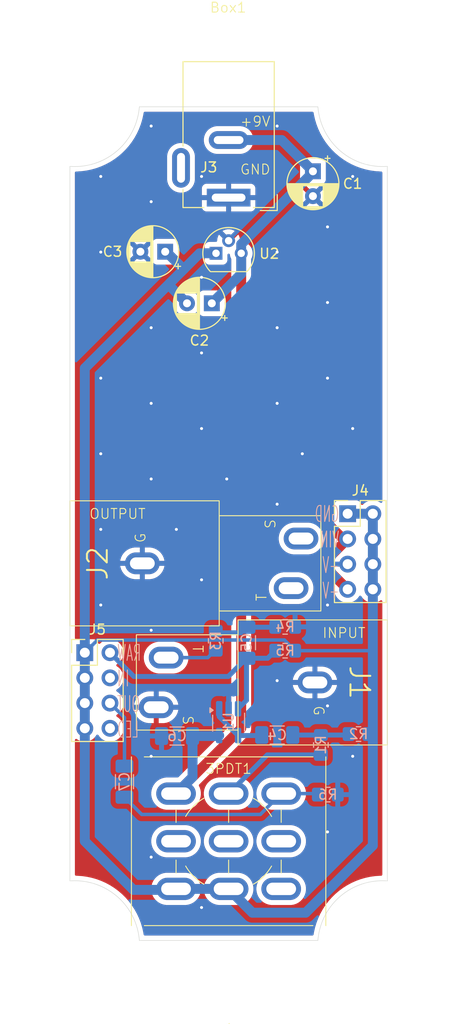
<source format=kicad_pcb>
(kicad_pcb (version 20240108) (generator "pcbnew") (generator_version "8.0")
  (layers (0 "F.Cu" jumper) (1 "In1.Cu" signal) (2 "In2.Cu" signal) (31 "B.Cu" signal) (34 "B.Paste" user) (35 "F.Paste" user) (36 "B.SilkS" user "B.Silkscreen") (37 "F.SilkS" user "F.Silkscreen") (38 "B.Mask" user) (39 "F.Mask" user) (44 "Edge.Cuts" user))
  (net 0 "")
  (net 1 "Net-(U1--)")
  (net 2 "Net-(C4-Pad2)")
  (net 3 "+V")
  (net 4 "-V")
  (net 5 "LED")
  (net 6 "Net-(J5-Pin_6)")
  (net 7 "GNDREF")
  (net 8 "IN^{RAW}")
  (net 9 "OUT^{RAW}")
  (net 10 "BUFFERED")
  (net 11 "IN^{EFF}")
  (net 12 "OUT^{EFF}")
  (net 13 "IN")
  (net 14 "Net-(C5-Pad1)")
  (footprint "Capacitor_THT:CP_Radial_D5.0mm_P2.50mm" (layer "F.Cu") (at 93.605113 72.6 180)
    (property "Reference" "C3" (at 5.305113 0 0) (layer "F.SilkS"))
    (property "Value" "10uF")
    (pad "1" thru_hole rect (at 0 0 180) (size 1.6 1.6) (drill 0.8) (layers "*.Cu" "*.Mask" "In3.Cu" "In4.Cu" "In5.Cu" "In6.Cu" "In7.Cu" "In8.Cu" "In9.Cu" "In10.Cu" "In11.Cu" "In12.Cu" "In13.Cu" "In14.Cu" "In15.Cu" "In16.Cu" "In17.Cu" "In18.Cu" "In19.Cu" "In20.Cu" "In21.Cu" "In22.Cu" "In23.Cu" "In24.Cu" "In25.Cu" "In26.Cu" "In27.Cu" "In28.Cu" "In29.Cu" "In30.Cu") (net 7 "GNDREF"))
    (pad "2" thru_hole circle (at 2.5 0 180) (size 1.6 1.6) (drill 0.8) (layers "*.Cu" "*.Mask" "In3.Cu" "In4.Cu" "In5.Cu" "In6.Cu" "In7.Cu" "In8.Cu" "In9.Cu" "In10.Cu" "In11.Cu" "In12.Cu" "In13.Cu" "In14.Cu" "In15.Cu" "In16.Cu" "In17.Cu" "In18.Cu" "In19.Cu" "In20.Cu" "In21.Cu" "In22.Cu" "In23.Cu" "In24.Cu" "In25.Cu" "In26.Cu" "In27.Cu" "In28.Cu" "In29.Cu" "In30.Cu") (net 4 "-V"))
  )
  (footprint "Connector_PinHeader_2.54mm:PinHeader_2x04_P2.54mm_Vertical" (layer "F.Cu") (at 112 99)
    (property "Reference" "J4" (at 1.27 -2.33 0) (layer "F.SilkS"))
    (property "Value" "Conn_02x04_Odd_Even")
    (pad "1" thru_hole rect (at 0 0) (size 1.7 1.7) (drill 1) (layers "*.Cu" "*.Mask" "In3.Cu" "In4.Cu" "In5.Cu" "In6.Cu" "In7.Cu" "In8.Cu" "In9.Cu" "In10.Cu" "In11.Cu" "In12.Cu" "In13.Cu" "In14.Cu" "In15.Cu" "In16.Cu" "In17.Cu" "In18.Cu" "In19.Cu" "In20.Cu" "In21.Cu" "In22.Cu" "In23.Cu" "In24.Cu" "In25.Cu" "In26.Cu" "In27.Cu" "In28.Cu" "In29.Cu" "In30.Cu") (net 7 "GNDREF"))
    (pad "2" thru_hole oval (at 2.54 0) (size 1.7 1.7) (drill 1) (layers "*.Cu" "*.Mask" "In3.Cu" "In4.Cu" "In5.Cu" "In6.Cu" "In7.Cu" "In8.Cu" "In9.Cu" "In10.Cu" "In11.Cu" "In12.Cu" "In13.Cu" "In14.Cu" "In15.Cu" "In16.Cu" "In17.Cu" "In18.Cu" "In19.Cu" "In20.Cu" "In21.Cu" "In22.Cu" "In23.Cu" "In24.Cu" "In25.Cu" "In26.Cu" "In27.Cu" "In28.Cu" "In29.Cu" "In30.Cu") (net 7 "GNDREF"))
    (pad "3" thru_hole oval (at 0 2.54) (size 1.7 1.7) (drill 1) (layers "*.Cu" "*.Mask" "In3.Cu" "In4.Cu" "In5.Cu" "In6.Cu" "In7.Cu" "In8.Cu" "In9.Cu" "In10.Cu" "In11.Cu" "In12.Cu" "In13.Cu" "In14.Cu" "In15.Cu" "In16.Cu" "In17.Cu" "In18.Cu" "In19.Cu" "In20.Cu" "In21.Cu" "In22.Cu" "In23.Cu" "In24.Cu" "In25.Cu" "In26.Cu" "In27.Cu" "In28.Cu" "In29.Cu" "In30.Cu") (net 3 "+V"))
    (pad "4" thru_hole oval (at 2.54 2.54) (size 1.7 1.7) (drill 1) (layers "*.Cu" "*.Mask" "In3.Cu" "In4.Cu" "In5.Cu" "In6.Cu" "In7.Cu" "In8.Cu" "In9.Cu" "In10.Cu" "In11.Cu" "In12.Cu" "In13.Cu" "In14.Cu" "In15.Cu" "In16.Cu" "In17.Cu" "In18.Cu" "In19.Cu" "In20.Cu" "In21.Cu" "In22.Cu" "In23.Cu" "In24.Cu" "In25.Cu" "In26.Cu" "In27.Cu" "In28.Cu" "In29.Cu" "In30.Cu") (net 7 "GNDREF"))
    (pad "5" thru_hole oval (at 0 5.08) (size 1.7 1.7) (drill 1) (layers "*.Cu" "*.Mask" "In3.Cu" "In4.Cu" "In5.Cu" "In6.Cu" "In7.Cu" "In8.Cu" "In9.Cu" "In10.Cu" "In11.Cu" "In12.Cu" "In13.Cu" "In14.Cu" "In15.Cu" "In16.Cu" "In17.Cu" "In18.Cu" "In19.Cu" "In20.Cu" "In21.Cu" "In22.Cu" "In23.Cu" "In24.Cu" "In25.Cu" "In26.Cu" "In27.Cu" "In28.Cu" "In29.Cu" "In30.Cu") (net 4 "-V"))
    (pad "6" thru_hole oval (at 2.54 5.08) (size 1.7 1.7) (drill 1) (layers "*.Cu" "*.Mask" "In3.Cu" "In4.Cu" "In5.Cu" "In6.Cu" "In7.Cu" "In8.Cu" "In9.Cu" "In10.Cu" "In11.Cu" "In12.Cu" "In13.Cu" "In14.Cu" "In15.Cu" "In16.Cu" "In17.Cu" "In18.Cu" "In19.Cu" "In20.Cu" "In21.Cu" "In22.Cu" "In23.Cu" "In24.Cu" "In25.Cu" "In26.Cu" "In27.Cu" "In28.Cu" "In29.Cu" "In30.Cu") (net 7 "GNDREF"))
    (pad "7" thru_hole oval (at 0 7.62) (size 1.7 1.7) (drill 1) (layers "*.Cu" "*.Mask" "In3.Cu" "In4.Cu" "In5.Cu" "In6.Cu" "In7.Cu" "In8.Cu" "In9.Cu" "In10.Cu" "In11.Cu" "In12.Cu" "In13.Cu" "In14.Cu" "In15.Cu" "In16.Cu" "In17.Cu" "In18.Cu" "In19.Cu" "In20.Cu" "In21.Cu" "In22.Cu" "In23.Cu" "In24.Cu" "In25.Cu" "In26.Cu" "In27.Cu" "In28.Cu" "In29.Cu" "In30.Cu") (net 3 "+V"))
    (pad "8" thru_hole oval (at 2.54 7.62) (size 1.7 1.7) (drill 1) (layers "*.Cu" "*.Mask" "In3.Cu" "In4.Cu" "In5.Cu" "In6.Cu" "In7.Cu" "In8.Cu" "In9.Cu" "In10.Cu" "In11.Cu" "In12.Cu" "In13.Cu" "In14.Cu" "In15.Cu" "In16.Cu" "In17.Cu" "In18.Cu" "In19.Cu" "In20.Cu" "In21.Cu" "In22.Cu" "In23.Cu" "In24.Cu" "In25.Cu" "In26.Cu" "In27.Cu" "In28.Cu" "In29.Cu" "In30.Cu") (net 7 "GNDREF"))
  )
  (footprint "Package_TO_SOT_THT:TO-92" (layer "F.Cu") (at 98.73 72.76)
    (property "Reference" "U2" (at 5.37 0.04 0) (layer "F.SilkS"))
    (property "Value" "TLE2426xLP")
    (pad "1" thru_hole rect (at 0 0) (size 1.3 1.3) (drill 0.75) (layers "*.Cu" "*.Mask" "In3.Cu" "In4.Cu" "In5.Cu" "In6.Cu" "In7.Cu" "In8.Cu" "In9.Cu" "In10.Cu" "In11.Cu" "In12.Cu" "In13.Cu" "In14.Cu" "In15.Cu" "In16.Cu" "In17.Cu" "In18.Cu" "In19.Cu" "In20.Cu" "In21.Cu" "In22.Cu" "In23.Cu" "In24.Cu" "In25.Cu" "In26.Cu" "In27.Cu" "In28.Cu" "In29.Cu" "In30.Cu") (net 7 "GNDREF"))
    (pad "2" thru_hole circle (at 1.27 -1.27) (size 1.3 1.3) (drill 0.75) (layers "*.Cu" "*.Mask" "In3.Cu" "In4.Cu" "In5.Cu" "In6.Cu" "In7.Cu" "In8.Cu" "In9.Cu" "In10.Cu" "In11.Cu" "In12.Cu" "In13.Cu" "In14.Cu" "In15.Cu" "In16.Cu" "In17.Cu" "In18.Cu" "In19.Cu" "In20.Cu" "In21.Cu" "In22.Cu" "In23.Cu" "In24.Cu" "In25.Cu" "In26.Cu" "In27.Cu" "In28.Cu" "In29.Cu" "In30.Cu") (net 4 "-V"))
    (pad "3" thru_hole circle (at 2.54 0) (size 1.3 1.3) (drill 0.75) (layers "*.Cu" "*.Mask" "In3.Cu" "In4.Cu" "In5.Cu" "In6.Cu" "In7.Cu" "In8.Cu" "In9.Cu" "In10.Cu" "In11.Cu" "In12.Cu" "In13.Cu" "In14.Cu" "In15.Cu" "In16.Cu" "In17.Cu" "In18.Cu" "In19.Cu" "In20.Cu" "In21.Cu" "In22.Cu" "In23.Cu" "In24.Cu" "In25.Cu" "In26.Cu" "In27.Cu" "In28.Cu" "In29.Cu" "In30.Cu") (net 3 "+V"))
  )
  (footprint "Capacitor_THT:CP_Radial_D5.0mm_P2.50mm" (layer "F.Cu") (at 98.305113 77.8 180)
    (property "Reference" "C2" (at 1.25 -3.75 0) (layer "F.SilkS"))
    (property "Value" "10uF")
    (pad "1" thru_hole rect (at 0 0 180) (size 1.6 1.6) (drill 0.8) (layers "*.Cu" "*.Mask" "In3.Cu" "In4.Cu" "In5.Cu" "In6.Cu" "In7.Cu" "In8.Cu" "In9.Cu" "In10.Cu" "In11.Cu" "In12.Cu" "In13.Cu" "In14.Cu" "In15.Cu" "In16.Cu" "In17.Cu" "In18.Cu" "In19.Cu" "In20.Cu" "In21.Cu" "In22.Cu" "In23.Cu" "In24.Cu" "In25.Cu" "In26.Cu" "In27.Cu" "In28.Cu" "In29.Cu" "In30.Cu") (net 3 "+V"))
    (pad "2" thru_hole circle (at 2.5 0 180) (size 1.6 1.6) (drill 0.8) (layers "*.Cu" "*.Mask" "In3.Cu" "In4.Cu" "In5.Cu" "In6.Cu" "In7.Cu" "In8.Cu" "In9.Cu" "In10.Cu" "In11.Cu" "In12.Cu" "In13.Cu" "In14.Cu" "In15.Cu" "In16.Cu" "In17.Cu" "In18.Cu" "In19.Cu" "In20.Cu" "In21.Cu" "In22.Cu" "In23.Cu" "In24.Cu" "In25.Cu" "In26.Cu" "In27.Cu" "In28.Cu" "In29.Cu" "In30.Cu") (net 7 "GNDREF"))
  )
  (footprint "Mylib:1590A" (layer "F.Cu") (at 100 100)
    (property "Reference" "Box1" (at -0.05 -52 0) (layer "F.SilkS") (effects (font (thickness 0.1))))
    (property "Value" "1590A")
  )
  (footprint "Capacitor_THT:CP_Radial_D5.0mm_P2.50mm" (layer "F.Cu") (at 108.5 64.5 -90)
    (property "Reference" "C1" (at 1.25 -4 180) (layer "F.SilkS"))
    (property "Value" "47uF")
    (pad "1" thru_hole rect (at 0 0 270) (size 1.6 1.6) (drill 0.8) (layers "*.Cu" "*.Mask" "In3.Cu" "In4.Cu" "In5.Cu" "In6.Cu" "In7.Cu" "In8.Cu" "In9.Cu" "In10.Cu" "In11.Cu" "In12.Cu" "In13.Cu" "In14.Cu" "In15.Cu" "In16.Cu" "In17.Cu" "In18.Cu" "In19.Cu" "In20.Cu" "In21.Cu" "In22.Cu" "In23.Cu" "In24.Cu" "In25.Cu" "In26.Cu" "In27.Cu" "In28.Cu" "In29.Cu" "In30.Cu") (net 3 "+V"))
    (pad "2" thru_hole circle (at 2.5 0 270) (size 1.6 1.6) (drill 0.8) (layers "*.Cu" "*.Mask" "In3.Cu" "In4.Cu" "In5.Cu" "In6.Cu" "In7.Cu" "In8.Cu" "In9.Cu" "In10.Cu" "In11.Cu" "In12.Cu" "In13.Cu" "In14.Cu" "In15.Cu" "In16.Cu" "In17.Cu" "In18.Cu" "In19.Cu" "In20.Cu" "In21.Cu" "In22.Cu" "In23.Cu" "In24.Cu" "In25.Cu" "In26.Cu" "In27.Cu" "In28.Cu" "In29.Cu" "In30.Cu") (net 4 "-V"))
  )
  (footprint "Mylib:3PDT-Stomp-Switch" (layer "F.Cu") (at 100 132)
    (property "Reference" "3PDT1" (at 0 -7.3 0) (layer "F.SilkS") (effects (font (thickness 0.1))))
    (property "Value" "3PDT")
    (pad "1" thru_hole oval (at -5.3 -4.8) (size 4 2.25) (drill oval 3 1.25) (layers "*.Cu" "*.Mask" "In3.Cu" "In4.Cu" "In5.Cu" "In6.Cu" "In7.Cu" "In8.Cu" "In9.Cu" "In10.Cu" "In11.Cu" "In12.Cu" "In13.Cu" "In14.Cu" "In15.Cu" "In16.Cu" "In17.Cu" "In18.Cu" "In19.Cu" "In20.Cu" "In21.Cu" "In22.Cu" "In23.Cu" "In24.Cu" "In25.Cu" "In26.Cu" "In27.Cu" "In28.Cu" "In29.Cu" "In30.Cu") (net 3 "+V"))
    (pad "2" thru_hole oval (at -5.3 0) (size 4 2.25) (drill oval 3 1.25) (layers "*.Cu" "*.Mask" "In3.Cu" "In4.Cu" "In5.Cu" "In6.Cu" "In7.Cu" "In8.Cu" "In9.Cu" "In10.Cu" "In11.Cu" "In12.Cu" "In13.Cu" "In14.Cu" "In15.Cu" "In16.Cu" "In17.Cu" "In18.Cu" "In19.Cu" "In20.Cu" "In21.Cu" "In22.Cu" "In23.Cu" "In24.Cu" "In25.Cu" "In26.Cu" "In27.Cu" "In28.Cu" "In29.Cu" "In30.Cu") (net 5 "LED"))
    (pad "3" thru_hole oval (at -5.3 4.8) (size 4 2.25) (drill oval 3 1.25) (layers "*.Cu" "*.Mask" "In3.Cu" "In4.Cu" "In5.Cu" "In6.Cu" "In7.Cu" "In8.Cu" "In9.Cu" "In10.Cu" "In11.Cu" "In12.Cu" "In13.Cu" "In14.Cu" "In15.Cu" "In16.Cu" "In17.Cu" "In18.Cu" "In19.Cu" "In20.Cu" "In21.Cu" "In22.Cu" "In23.Cu" "In24.Cu" "In25.Cu" "In26.Cu" "In27.Cu" "In28.Cu" "In29.Cu" "In30.Cu") (net 7 "GNDREF"))
    (pad "4" thru_hole oval (at 0 -4.8) (size 4 2.25) (drill oval 3 1.25) (layers "*.Cu" "*.Mask" "In3.Cu" "In4.Cu" "In5.Cu" "In6.Cu" "In7.Cu" "In8.Cu" "In9.Cu" "In10.Cu" "In11.Cu" "In12.Cu" "In13.Cu" "In14.Cu" "In15.Cu" "In16.Cu" "In17.Cu" "In18.Cu" "In19.Cu" "In20.Cu" "In21.Cu" "In22.Cu" "In23.Cu" "In24.Cu" "In25.Cu" "In26.Cu" "In27.Cu" "In28.Cu" "In29.Cu" "In30.Cu") (net 10 "BUFFERED"))
    (pad "5" thru_hole oval (at 0 0) (size 4 2.25) (drill oval 3 1.25) (layers "*.Cu" "*.Mask" "In3.Cu" "In4.Cu" "In5.Cu" "In6.Cu" "In7.Cu" "In8.Cu" "In9.Cu" "In10.Cu" "In11.Cu" "In12.Cu" "In13.Cu" "In14.Cu" "In15.Cu" "In16.Cu" "In17.Cu" "In18.Cu" "In19.Cu" "In20.Cu" "In21.Cu" "In22.Cu" "In23.Cu" "In24.Cu" "In25.Cu" "In26.Cu" "In27.Cu" "In28.Cu" "In29.Cu" "In30.Cu") (net 11 "IN^{EFF}"))
    (pad "6" thru_hole oval (at 0 4.8) (size 4 2.25) (drill oval 3 1.25) (layers "*.Cu" "*.Mask" "In3.Cu" "In4.Cu" "In5.Cu" "In6.Cu" "In7.Cu" "In8.Cu" "In9.Cu" "In10.Cu" "In11.Cu" "In12.Cu" "In13.Cu" "In14.Cu" "In15.Cu" "In16.Cu" "In17.Cu" "In18.Cu" "In19.Cu" "In20.Cu" "In21.Cu" "In22.Cu" "In23.Cu" "In24.Cu" "In25.Cu" "In26.Cu" "In27.Cu" "In28.Cu" "In29.Cu" "In30.Cu") (net 7 "GNDREF"))
    (pad "7" thru_hole oval (at 5.3 -4.8) (size 4 2.25) (drill oval 3 1.25) (layers "*.Cu" "*.Mask" "In3.Cu" "In4.Cu" "In5.Cu" "In6.Cu" "In7.Cu" "In8.Cu" "In9.Cu" "In10.Cu" "In11.Cu" "In12.Cu" "In13.Cu" "In14.Cu" "In15.Cu" "In16.Cu" "In17.Cu" "In18.Cu" "In19.Cu" "In20.Cu" "In21.Cu" "In22.Cu" "In23.Cu" "In24.Cu" "In25.Cu" "In26.Cu" "In27.Cu" "In28.Cu" "In29.Cu" "In30.Cu") (net 12 "OUT^{EFF}"))
    (pad "8" thru_hole oval (at 5.3 0) (size 4 2.25) (drill oval 3 1.25) (layers "*.Cu" "*.Mask" "In3.Cu" "In4.Cu" "In5.Cu" "In6.Cu" "In7.Cu" "In8.Cu" "In9.Cu" "In10.Cu" "In11.Cu" "In12.Cu" "In13.Cu" "In14.Cu" "In15.Cu" "In16.Cu" "In17.Cu" "In18.Cu" "In19.Cu" "In20.Cu" "In21.Cu" "In22.Cu" "In23.Cu" "In24.Cu" "In25.Cu" "In26.Cu" "In27.Cu" "In28.Cu" "In29.Cu" "In30.Cu") (net 9 "OUT^{RAW}"))
    (pad "9" thru_hole oval (at 5.3 4.8) (size 4 2.25) (drill oval 3 1.25) (layers "*.Cu" "*.Mask" "In3.Cu" "In4.Cu" "In5.Cu" "In6.Cu" "In7.Cu" "In8.Cu" "In9.Cu" "In10.Cu" "In11.Cu" "In12.Cu" "In13.Cu" "In14.Cu" "In15.Cu" "In16.Cu" "In17.Cu" "In18.Cu" "In19.Cu" "In20.Cu" "In21.Cu" "In22.Cu" "In23.Cu" "In24.Cu" "In25.Cu" "In26.Cu" "In27.Cu" "In28.Cu" "In29.Cu" "In30.Cu") (net 8 "IN^{RAW}"))
  )
  (footprint "Connector_PinHeader_2.54mm:PinHeader_2x04_P2.54mm_Vertical" (layer "F.Cu") (at 85.5 113)
    (property "Reference" "J5" (at 1.27 -2.33 0) (layer "F.SilkS"))
    (property "Value" "Conn_02x04_Odd_Even")
    (pad "1" thru_hole rect (at 0 0) (size 1.7 1.7) (drill 1) (layers "*.Cu" "*.Mask" "In3.Cu" "In4.Cu" "In5.Cu" "In6.Cu" "In7.Cu" "In8.Cu" "In9.Cu" "In10.Cu" "In11.Cu" "In12.Cu" "In13.Cu" "In14.Cu" "In15.Cu" "In16.Cu" "In17.Cu" "In18.Cu" "In19.Cu" "In20.Cu" "In21.Cu" "In22.Cu" "In23.Cu" "In24.Cu" "In25.Cu" "In26.Cu" "In27.Cu" "In28.Cu" "In29.Cu" "In30.Cu") (net 7 "GNDREF"))
    (pad "2" thru_hole oval (at 2.54 0) (size 1.7 1.7) (drill 1) (layers "*.Cu" "*.Mask" "In3.Cu" "In4.Cu" "In5.Cu" "In6.Cu" "In7.Cu" "In8.Cu" "In9.Cu" "In10.Cu" "In11.Cu" "In12.Cu" "In13.Cu" "In14.Cu" "In15.Cu" "In16.Cu" "In17.Cu" "In18.Cu" "In19.Cu" "In20.Cu" "In21.Cu" "In22.Cu" "In23.Cu" "In24.Cu" "In25.Cu" "In26.Cu" "In27.Cu" "In28.Cu" "In29.Cu" "In30.Cu") (net 13 "IN"))
    (pad "3" thru_hole oval (at 0 2.54) (size 1.7 1.7) (drill 1) (layers "*.Cu" "*.Mask" "In3.Cu" "In4.Cu" "In5.Cu" "In6.Cu" "In7.Cu" "In8.Cu" "In9.Cu" "In10.Cu" "In11.Cu" "In12.Cu" "In13.Cu" "In14.Cu" "In15.Cu" "In16.Cu" "In17.Cu" "In18.Cu" "In19.Cu" "In20.Cu" "In21.Cu" "In22.Cu" "In23.Cu" "In24.Cu" "In25.Cu" "In26.Cu" "In27.Cu" "In28.Cu" "In29.Cu" "In30.Cu") (net 7 "GNDREF"))
    (pad "4" thru_hole oval (at 2.54 2.54) (size 1.7 1.7) (drill 1) (layers "*.Cu" "*.Mask" "In3.Cu" "In4.Cu" "In5.Cu" "In6.Cu" "In7.Cu" "In8.Cu" "In9.Cu" "In10.Cu" "In11.Cu" "In12.Cu" "In13.Cu" "In14.Cu" "In15.Cu" "In16.Cu" "In17.Cu" "In18.Cu" "In19.Cu" "In20.Cu" "In21.Cu" "In22.Cu" "In23.Cu" "In24.Cu" "In25.Cu" "In26.Cu" "In27.Cu" "In28.Cu" "In29.Cu" "In30.Cu") (net 11 "IN^{EFF}"))
    (pad "5" thru_hole oval (at 0 5.08) (size 1.7 1.7) (drill 1) (layers "*.Cu" "*.Mask" "In3.Cu" "In4.Cu" "In5.Cu" "In6.Cu" "In7.Cu" "In8.Cu" "In9.Cu" "In10.Cu" "In11.Cu" "In12.Cu" "In13.Cu" "In14.Cu" "In15.Cu" "In16.Cu" "In17.Cu" "In18.Cu" "In19.Cu" "In20.Cu" "In21.Cu" "In22.Cu" "In23.Cu" "In24.Cu" "In25.Cu" "In26.Cu" "In27.Cu" "In28.Cu" "In29.Cu" "In30.Cu") (net 7 "GNDREF"))
    (pad "6" thru_hole oval (at 2.54 5.08) (size 1.7 1.7) (drill 1) (layers "*.Cu" "*.Mask" "In3.Cu" "In4.Cu" "In5.Cu" "In6.Cu" "In7.Cu" "In8.Cu" "In9.Cu" "In10.Cu" "In11.Cu" "In12.Cu" "In13.Cu" "In14.Cu" "In15.Cu" "In16.Cu" "In17.Cu" "In18.Cu" "In19.Cu" "In20.Cu" "In21.Cu" "In22.Cu" "In23.Cu" "In24.Cu" "In25.Cu" "In26.Cu" "In27.Cu" "In28.Cu" "In29.Cu" "In30.Cu") (net 6 "Net-(J5-Pin_6)"))
    (pad "7" thru_hole oval (at 0 7.62) (size 1.7 1.7) (drill 1) (layers "*.Cu" "*.Mask" "In3.Cu" "In4.Cu" "In5.Cu" "In6.Cu" "In7.Cu" "In8.Cu" "In9.Cu" "In10.Cu" "In11.Cu" "In12.Cu" "In13.Cu" "In14.Cu" "In15.Cu" "In16.Cu" "In17.Cu" "In18.Cu" "In19.Cu" "In20.Cu" "In21.Cu" "In22.Cu" "In23.Cu" "In24.Cu" "In25.Cu" "In26.Cu" "In27.Cu" "In28.Cu" "In29.Cu" "In30.Cu") (net 7 "GNDREF"))
    (pad "8" thru_hole oval (at 2.54 7.62) (size 1.7 1.7) (drill 1) (layers "*.Cu" "*.Mask" "In3.Cu" "In4.Cu" "In5.Cu" "In6.Cu" "In7.Cu" "In8.Cu" "In9.Cu" "In10.Cu" "In11.Cu" "In12.Cu" "In13.Cu" "In14.Cu" "In15.Cu" "In16.Cu" "In17.Cu" "In18.Cu" "In19.Cu" "In20.Cu" "In21.Cu" "In22.Cu" "In23.Cu" "In24.Cu" "In25.Cu" "In26.Cu" "In27.Cu" "In28.Cu" "In29.Cu" "In30.Cu") (net 5 "LED"))
  )
  (footprint "Mylib:CK-6.35" (layer "F.Cu") (at 103.2 116 180)
    (property "Reference" "J1" (at -10 0 -90) (layer "F.SilkS") (effects (font (size 2 2) (thickness 0.2))))
    (property "Value" "AudioJack2_Ground")
    (fp_text user "G" (at -5.3 -2.275 -90) (layer "F.SilkS") (effects (font (thickness 0.1)) (justify left bottom)))
    (fp_text user "T" (at 6.9 3.825 -90) (layer "F.SilkS") (effects (font (thickness 0.1)) (justify left bottom)))
    (fp_text user "S" (at 7.9 -3.275 -90) (layer "F.SilkS") (effects (font (thickness 0.1)) (justify left bottom)))
    (pad "G" thru_hole oval (at -5.5 0 180) (size 3.5 2.2) (drill oval 2.5 1.2) (layers "*.Cu" "*.Mask" "In3.Cu" "In4.Cu" "In5.Cu" "In6.Cu" "In7.Cu" "In8.Cu" "In9.Cu" "In10.Cu" "In11.Cu" "In12.Cu" "In13.Cu" "In14.Cu" "In15.Cu" "In16.Cu" "In17.Cu" "In18.Cu" "In19.Cu" "In20.Cu" "In21.Cu" "In22.Cu" "In23.Cu" "In24.Cu" "In25.Cu" "In26.Cu" "In27.Cu" "In28.Cu" "In29.Cu" "In30.Cu") (net 4 "-V"))
    (pad "S" thru_hole oval (at 10.5 -2.5 180) (size 3.5 2.2) (drill oval 2.5 1.2) (layers "*.Cu" "*.Mask" "In3.Cu" "In4.Cu" "In5.Cu" "In6.Cu" "In7.Cu" "In8.Cu" "In9.Cu" "In10.Cu" "In11.Cu" "In12.Cu" "In13.Cu" "In14.Cu" "In15.Cu" "In16.Cu" "In17.Cu" "In18.Cu" "In19.Cu" "In20.Cu" "In21.Cu" "In22.Cu" "In23.Cu" "In24.Cu" "In25.Cu" "In26.Cu" "In27.Cu" "In28.Cu" "In29.Cu" "In30.Cu") (net 4 "-V"))
    (pad "T" thru_hole oval (at 9.5 2.5 180) (size 3.5 2.2) (drill oval 2.5 1.2) (layers "*.Cu" "*.Mask" "In3.Cu" "In4.Cu" "In5.Cu" "In6.Cu" "In7.Cu" "In8.Cu" "In9.Cu" "In10.Cu" "In11.Cu" "In12.Cu" "In13.Cu" "In14.Cu" "In15.Cu" "In16.Cu" "In17.Cu" "In18.Cu" "In19.Cu" "In20.Cu" "In21.Cu" "In22.Cu" "In23.Cu" "In24.Cu" "In25.Cu" "In26.Cu" "In27.Cu" "In28.Cu" "In29.Cu" "In30.Cu") (net 8 "IN^{RAW}"))
  )
  (footprint "Connector_BarrelJack:BarrelJack_Wuerth_6941xx301002" (layer "F.Cu") (at 100 67.15 180)
    (property "Reference" "J3" (at 2 3.05 0) (layer "F.SilkS"))
    (property "Value" "Barrel_Jack_Switch")
    (pad "1" thru_hole rect (at 0 0 180) (size 4.4 1.8) (drill oval 3.4 0.8) (layers "*.Cu" "*.Mask" "In3.Cu" "In4.Cu" "In5.Cu" "In6.Cu" "In7.Cu" "In8.Cu" "In9.Cu" "In10.Cu" "In11.Cu" "In12.Cu" "In13.Cu" "In14.Cu" "In15.Cu" "In16.Cu" "In17.Cu" "In18.Cu" "In19.Cu" "In20.Cu" "In21.Cu" "In22.Cu" "In23.Cu" "In24.Cu" "In25.Cu" "In26.Cu" "In27.Cu" "In28.Cu" "In29.Cu" "In30.Cu") (net 4 "-V"))
    (pad "2" thru_hole oval (at 0 5.8 180) (size 4 1.8) (drill oval 3 0.8) (layers "*.Cu" "*.Mask" "In3.Cu" "In4.Cu" "In5.Cu" "In6.Cu" "In7.Cu" "In8.Cu" "In9.Cu" "In10.Cu" "In11.Cu" "In12.Cu" "In13.Cu" "In14.Cu" "In15.Cu" "In16.Cu" "In17.Cu" "In18.Cu" "In19.Cu" "In20.Cu" "In21.Cu" "In22.Cu" "In23.Cu" "In24.Cu" "In25.Cu" "In26.Cu" "In27.Cu" "In28.Cu" "In29.Cu" "In30.Cu") (net 3 "+V"))
    (pad "3" thru_hole oval (at 4.8 3 270) (size 4 1.8) (drill oval 3 0.8) (layers "*.Cu" "*.Mask" "In3.Cu" "In4.Cu" "In5.Cu" "In6.Cu" "In7.Cu" "In8.Cu" "In9.Cu" "In10.Cu" "In11.Cu" "In12.Cu" "In13.Cu" "In14.Cu" "In15.Cu" "In16.Cu" "In17.Cu" "In18.Cu" "In19.Cu" "In20.Cu" "In21.Cu" "In22.Cu" "In23.Cu" "In24.Cu" "In25.Cu" "In26.Cu" "In27.Cu" "In28.Cu" "In29.Cu" "In30.Cu"))
  )
  (footprint "Mylib:CK-6.35" (layer "F.Cu") (at 96.8 104)
    (property "Reference" "J2" (at -10 0 90) (layer "F.SilkS") (effects (font (size 2 2) (thickness 0.2))))
    (property "Value" "AudioJack2_Ground")
    (fp_text user "G" (at -5.1 -2 90) (layer "F.SilkS") (effects (font (thickness 0.1)) (justify left bottom)))
    (fp_text user "S" (at 8 -3.425 90) (layer "F.SilkS") (effects (font (thickness 0.1)) (justify left bottom)))
    (fp_text user "T" (at 7.1 3.875 90) (layer "F.SilkS") (effects (font (thickness 0.1)) (justify left bottom)))
    (pad "G" thru_hole oval (at -5.5 0) (size 3.5 2.2) (drill oval 2.5 1.2) (layers "*.Cu" "*.Mask" "In3.Cu" "In4.Cu" "In5.Cu" "In6.Cu" "In7.Cu" "In8.Cu" "In9.Cu" "In10.Cu" "In11.Cu" "In12.Cu" "In13.Cu" "In14.Cu" "In15.Cu" "In16.Cu" "In17.Cu" "In18.Cu" "In19.Cu" "In20.Cu" "In21.Cu" "In22.Cu" "In23.Cu" "In24.Cu" "In25.Cu" "In26.Cu" "In27.Cu" "In28.Cu" "In29.Cu" "In30.Cu") (net 4 "-V"))
    (pad "S" thru_hole oval (at 10.5 -2.5) (size 3.5 2.2) (drill oval 2.5 1.2) (layers "*.Cu" "*.Mask" "In3.Cu" "In4.Cu" "In5.Cu" "In6.Cu" "In7.Cu" "In8.Cu" "In9.Cu" "In10.Cu" "In11.Cu" "In12.Cu" "In13.Cu" "In14.Cu" "In15.Cu" "In16.Cu" "In17.Cu" "In18.Cu" "In19.Cu" "In20.Cu" "In21.Cu" "In22.Cu" "In23.Cu" "In24.Cu" "In25.Cu" "In26.Cu" "In27.Cu" "In28.Cu" "In29.Cu" "In30.Cu"))
    (pad "T" thru_hole oval (at 9.5 2.5) (size 3.5 2.2) (drill oval 2.5 1.2) (layers "*.Cu" "*.Mask" "In3.Cu" "In4.Cu" "In5.Cu" "In6.Cu" "In7.Cu" "In8.Cu" "In9.Cu" "In10.Cu" "In11.Cu" "In12.Cu" "In13.Cu" "In14.Cu" "In15.Cu" "In16.Cu" "In17.Cu" "In18.Cu" "In19.Cu" "In20.Cu" "In21.Cu" "In22.Cu" "In23.Cu" "In24.Cu" "In25.Cu" "In26.Cu" "In27.Cu" "In28.Cu" "In29.Cu" "In30.Cu") (net 9 "OUT^{RAW}"))
  )
  (footprint "Capacitor_SMD:C_1206_3216Metric_Pad1.33x1.80mm_HandSolder" (layer "B.Cu") (at 104.9 121.3)
    (property "Reference" "C4" (at 0 0 0) (layer "B.SilkS") (effects (justify mirror)))
    (property "Value" "1uF")
    (pad "1" smd roundrect (at -1.5625 0) (size 1.325 1.8) (layers "B.Cu" "B.Paste" "B.Mask") (roundrect_rratio 0.188679) (net 1 "Net-(U1--)"))
    (pad "2" smd roundrect (at 1.5625 0) (size 1.325 1.8) (layers "B.Cu" "B.Paste" "B.Mask") (roundrect_rratio 0.188679) (net 2 "Net-(C4-Pad2)"))
  )
  (footprint "Capacitor_SMD:C_1206_3216Metric_Pad1.33x1.80mm_HandSolder" (layer "B.Cu") (at 101.8 112 -90)
    (property "Reference" "C5" (at 0 0 90) (layer "B.SilkS") (effects (justify mirror)))
    (property "Value" "0.1uF" (hide yes))
    (pad "1" smd roundrect (at -1.5625 0 270) (size 1.325 1.8) (layers "B.Cu" "B.Paste" "B.Mask") (roundrect_rratio 0.188679) (net 14 "Net-(C5-Pad1)"))
    (pad "2" smd roundrect (at 1.5625 0 270) (size 1.325 1.8) (layers "B.Cu" "B.Paste" "B.Mask") (roundrect_rratio 0.188679) (net 13 "IN"))
  )
  (footprint "Resistor_SMD:R_0805_2012Metric_Pad1.20x1.40mm_HandSolder" (layer "B.Cu") (at 113.1 121.2)
    (property "Reference" "R2" (at 0 0 0) (layer "B.SilkS") (effects (justify mirror)))
    (property "Value" "470k")
    (pad "1" smd roundrect (at -1 0) (size 1.2 1.4) (layers "B.Cu" "B.Paste" "B.Mask") (roundrect_rratio 0.208333) (net 2 "Net-(C4-Pad2)"))
    (pad "2" smd roundrect (at 1 0) (size 1.2 1.4) (layers "B.Cu" "B.Paste" "B.Mask") (roundrect_rratio 0.208333) (net 7 "GNDREF"))
  )
  (footprint "Resistor_SMD:R_0805_2012Metric_Pad1.20x1.40mm_HandSolder" (layer "B.Cu") (at 98.7 111.8 90)
    (property "Reference" "R3" (at 0 0 90) (layer "B.SilkS") (effects (justify mirror)))
    (property "Value" "10k" (hide yes))
    (pad "1" smd roundrect (at -1 0 90) (size 1.2 1.4) (layers "B.Cu" "B.Paste" "B.Mask") (roundrect_rratio 0.208333) (net 8 "IN^{RAW}"))
    (pad "2" smd roundrect (at 1 0 90) (size 1.2 1.4) (layers "B.Cu" "B.Paste" "B.Mask") (roundrect_rratio 0.208333) (net 14 "Net-(C5-Pad1)"))
  )
  (footprint "Resistor_SMD:R_0805_2012Metric_Pad1.20x1.40mm_HandSolder" (layer "B.Cu") (at 105.7 112.8)
    (property "Reference" "R5" (at 0 0 0) (layer "B.SilkS") (effects (justify mirror)))
    (property "Value" "470k" (hide yes))
    (pad "1" smd roundrect (at -1 0) (size 1.2 1.4) (layers "B.Cu" "B.Paste" "B.Mask") (roundrect_rratio 0.208333) (net 13 "IN"))
    (pad "2" smd roundrect (at 1 0) (size 1.2 1.4) (layers "B.Cu" "B.Paste" "B.Mask") (roundrect_rratio 0.208333) (net 7 "GNDREF"))
  )
  (footprint "Resistor_SMD:R_0805_2012Metric_Pad1.20x1.40mm_HandSolder" (layer "B.Cu") (at 109.3 122.3 -90)
    (property "Reference" "R1" (at 0 0 90) (layer "B.SilkS") (effects (justify mirror)))
    (property "Value" "10k")
    (pad "1" smd roundrect (at -1 0 270) (size 1.2 1.4) (layers "B.Cu" "B.Paste" "B.Mask") (roundrect_rratio 0.208333) (net 2 "Net-(C4-Pad2)"))
    (pad "2" smd roundrect (at 1 0 270) (size 1.2 1.4) (layers "B.Cu" "B.Paste" "B.Mask") (roundrect_rratio 0.208333) (net 10 "BUFFERED"))
  )
  (footprint "Resistor_SMD:R_0805_2012Metric_Pad1.20x1.40mm_HandSolder" (layer "B.Cu") (at 105.7 110.4)
    (property "Reference" "R4" (at 0 0 0) (layer "B.SilkS") (effects (justify mirror)))
    (property "Value" "1M0" (hide yes))
    (pad "1" smd roundrect (at -1 0) (size 1.2 1.4) (layers "B.Cu" "B.Paste" "B.Mask") (roundrect_rratio 0.208333) (net 14 "Net-(C5-Pad1)"))
    (pad "2" smd roundrect (at 1 0) (size 1.2 1.4) (layers "B.Cu" "B.Paste" "B.Mask") (roundrect_rratio 0.208333) (net 4 "-V"))
  )
  (footprint "Package_TO_SOT_SMD:SOT-23-5_HandSoldering" (layer "B.Cu") (at 100 120 -90)
    (property "Reference" "U1" (at 0 0 90) (layer "B.SilkS") (effects (justify mirror)))
    (property "Value" "OPA1655" (hide yes))
    (pad "1" smd roundrect (at -1.35 0.95 270) (size 1.56 0.65) (layers "B.Cu" "B.Paste" "B.Mask") (net 1 "Net-(U1--)"))
    (pad "2" smd roundrect (at -1.35 0 270) (size 1.56 0.65) (layers "B.Cu" "B.Paste" "B.Mask") (net 4 "-V"))
    (pad "3" smd roundrect (at -1.35 -0.95 270) (size 1.56 0.65) (layers "B.Cu" "B.Paste" "B.Mask") (net 13 "IN"))
    (pad "4" smd roundrect (at 1.35 -0.95 270) (size 1.56 0.65) (layers "B.Cu" "B.Paste" "B.Mask") (net 1 "Net-(U1--)"))
    (pad "5" smd roundrect (at 1.35 0.95 270) (size 1.56 0.65) (layers "B.Cu" "B.Paste" "B.Mask") (net 3 "+V"))
  )
  (footprint "Capacitor_SMD:C_1206_3216Metric_Pad1.33x1.80mm_HandSolder" (layer "B.Cu") (at 89.5 126 -90)
    (property "Reference" "C7" (at 0 0 90) (layer "B.SilkS") (effects (justify mirror)))
    (property "Value" "0.1uF")
    (pad "1" smd roundrect (at -1.5625 0 270) (size 1.325 1.8) (layers "B.Cu" "B.Paste" "B.Mask") (roundrect_rratio 0.188679) (net 6 "Net-(J5-Pin_6)"))
    (pad "2" smd roundrect (at 1.5625 0 270) (size 1.325 1.8) (layers "B.Cu" "B.Paste" "B.Mask") (roundrect_rratio 0.188679) (net 12 "OUT^{EFF}"))
  )
  (footprint "Capacitor_SMD:C_1206_3216Metric_Pad1.33x1.80mm_HandSolder" (layer "B.Cu") (at 94.8 121.4 180)
    (property "Reference" "C6" (at 0 0 0) (layer "B.SilkS") (effects (justify mirror)))
    (property "Value" "0.1uF" (hide yes))
    (pad "1" smd roundrect (at -1.5625 0 180) (size 1.325 1.8) (layers "B.Cu" "B.Paste" "B.Mask") (roundrect_rratio 0.188679) (net 3 "+V"))
    (pad "2" smd roundrect (at 1.5625 0 180) (size 1.325 1.8) (layers "B.Cu" "B.Paste" "B.Mask") (roundrect_rratio 0.188679) (net 4 "-V"))
  )
  (footprint "Resistor_SMD:R_0805_2012Metric_Pad1.20x1.40mm_HandSolder" (layer "B.Cu") (at 110 127.3)
    (property "Reference" "R6" (at 0 0 0) (layer "B.SilkS") (effects (justify mirror)))
    (property "Value" "470k")
    (pad "1" smd roundrect (at -1 0) (size 1.2 1.4) (layers "B.Cu" "B.Paste" "B.Mask") (roundrect_rratio 0.208333) (net 12 "OUT^{EFF}"))
    (pad "2" smd roundrect (at 1 0) (size 1.2 1.4) (layers "B.Cu" "B.Paste" "B.Mask") (roundrect_rratio 0.208333) (net 4 "-V"))
  )
  (gr_arc (start 109 142) (mid 111.257359 137.550253) (end 116 136) (stroke (width 0.05)) (layer "Edge.Cuts"))
  (gr_arc (start 91 58) (mid 88.742641 62.449747) (end 84 64) (stroke (width 0.05)) (layer "Edge.Cuts"))
  (gr_arc (start 116 64) (mid 111.261569 62.444812) (end 109 58) (stroke (width 0.05)) (layer "Edge.Cuts"))
  (gr_line (start 91 142) (end 109 142) (stroke (width 0.05)) (layer "Edge.Cuts"))
  (gr_line (start 116 64) (end 116 136) (stroke (width 0.05)) (layer "Edge.Cuts"))
  (gr_line (start 91 58) (end 109 58) (stroke (width 0.05)) (layer "Edge.Cuts"))
  (gr_line (start 84 136) (end 84 64) (stroke (width 0.05)) (layer "Edge.Cuts"))
  (gr_arc (start 84 136) (mid 88.742641 137.550253) (end 91 142) (stroke (width 0.05)) (layer "Edge.Cuts"))
  (gr_text "GND\nVIN\n-V\n+V" (at 111.2 107.7 0) (layer "B.SilkS") (effects (font (size 1.6 0.8) (thickness 0.1)) (justify left bottom mirror)))
  (gr_text "RAW\nIN\nOUT\nLED" (at 88.7 121.7 0) (layer "B.SilkS") (effects (font (size 1.6 0.8) (thickness 0.1)) (justify right bottom mirror)))
  (gr_text "INPUT" (at 109.4 111.6 0) (layer "F.SilkS") (effects (font (size 1 1) (thickness 0.1)) (justify left bottom)))
  (gr_text "+9V\n\n\nGND" (at 101.1 64.9 0) (layer "F.SilkS") (effects (font (size 1 1) (thickness 0.1)) (justify left bottom)))
  (gr_text "OUTPUT" (at 85.9 99.6 0) (layer "F.SilkS") (effects (font (size 1 1) (thickness 0.1)) (justify left bottom)))
  (segment (start 99.05 119.45) (end 100.95 121.35) (width 0.5) (layer "B.Cu") (net 1))
  (segment (start 100.95 121.35) (end 103.2875 121.35) (width 0.5) (layer "B.Cu") (net 1))
  (segment (start 99.05 118.65) (end 99.05 119.45) (width 0.3) (layer "B.Cu") (net 1))
  (segment (start 106.4625 121.3) (end 111.9 121.3) (width 0.5) (layer "B.Cu") (net 2))
  (segment (start 94.7 127.2) (end 101.27 120.63) (width 1) (layer "F.Cu") (net 3))
  (segment (start 101.27 120.63) (end 101.27 91.27) (width 1) (layer "F.Cu") (net 3))
  (segment (start 101.27 72.76) (end 101.27 91.27) (width 1) (layer "F.Cu") (net 3))
  (segment (start 110.1 103.44) (end 110.1 104.72) (width 1) (layer "F.Cu") (net 3))
  (segment (start 111.54 101.54) (end 112 101.54) (width 1) (layer "F.Cu") (net 3))
  (segment (start 101.27 91.27) (end 111.54 101.54) (width 1) (layer "F.Cu") (net 3))
  (segment (start 110.1 104.72) (end 112 106.62) (width 1) (layer "F.Cu") (net 3))
  (segment (start 112 101.54) (end 110.1 103.44) (width 1) (layer "F.Cu") (net 3))
  (segment (start 101.27 71.840762) (end 101.27 72.76) (width 1) (layer "B.Cu") (net 3))
  (segment (start 100 61.35) (end 105.35 61.35) (width 1) (layer "B.Cu") (net 3))
  (segment (start 108.5 64.610762) (end 101.27 71.840762) (width 1) (layer "B.Cu") (net 3))
  (segment (start 96.3625 121.4) (end 99 121.4) (width 1) (layer "B.Cu") (net 3))
  (segment (start 96.3625 125.5375) (end 94.7 127.2) (width 1) (layer "B.Cu") (net 3))
  (segment (start 101.27 72.76) (end 101.27 74.835113) (width 1) (layer "B.Cu") (net 3))
  (segment (start 99 121.4) (end 99.05 121.35) (width 1) (layer "B.Cu") (net 3))
  (segment (start 96.3625 121.4) (end 96.3625 125.5375) (width 1) (layer "B.Cu") (net 3))
  (segment (start 105.35 61.35) (end 108.5 64.5) (width 1) (layer "B.Cu") (net 3))
  (segment (start 101.27 74.835113) (end 98.305113 77.8) (width 1) (layer "B.Cu") (net 3))
  (via (at 92.19 67.5595) (size 0.6) (drill 0.3) (layers "F.Cu" "B.Cu") (net 4))
  (via (at 104.89 59.9395) (size 0.6) (drill 0.3) (layers "F.Cu" "B.Cu") (net 4))
  (via (at 109.97 131.0595) (size 0.6) (drill 0.3) (layers "F.Cu" "B.Cu") (net 4))
  (via (at 104.89 72.6395) (size 0.6) (drill 0.3) (layers "F.Cu" "B.Cu") (net 4))
  (via (at 92.19 59.9395) (size 0.6) (drill 0.3) (layers "F.Cu" "B.Cu") (net 4))
  (via (at 109.97 85.3395) (size 0.6) (drill 0.3) (layers "F.Cu" "B.Cu") (net 4))
  (via (at 112.51 90.4195) (size 0.6) (drill 0.3) (layers "F.Cu" "B.Cu") (net 4))
  (via (at 94.73 100.5795) (size 0.6) (drill 0.3) (layers "F.Cu" "B.Cu") (net 4))
  (via (at 107.43 92.9595) (size 0.6) (drill 0.3) (layers "F.Cu" "B.Cu") (net 4))
  (via (at 104.89 80.2595) (size 0.6) (drill 0.3) (layers "F.Cu" "B.Cu") (net 4))
  (via (at 97.27 90.4195) (size 0.6) (drill 0.3) (layers "F.Cu" "B.Cu") (net 4))
  (via (at 92.19 133.5995) (size 0.6) (drill 0.3) (layers "F.Cu" "B.Cu") (net 4))
  (via (at 87.11 92.9595) (size 0.6) (drill 0.3) (layers "F.Cu" "B.Cu") (net 4))
  (via (at 104.89 98.0395) (size 0.6) (drill 0.3) (layers "F.Cu" "B.Cu") (net 4))
  (via (at 104.89 115.8195) (size 0.6) (drill 0.3) (layers "F.Cu" "B.Cu") (net 4))
  (via (at 97.27 138.6795) (size 0.6) (drill 0.3) (layers "F.Cu" "B.Cu") (net 4))
  (via (at 97.27 75.1795) (size 0.6) (drill 0.3) (layers "F.Cu" "B.Cu") (net 4))
  (via (at 92.19 110.7395) (size 0.6) (drill 0.3) (layers "F.Cu" "B.Cu") (net 4))
  (via (at 92.19 95.4995) (size 0.6) (drill 0.3) (layers "F.Cu" "B.Cu") (net 4))
  (via (at 92.19 80.2595) (size 0.6) (drill 0.3) (layers "F.Cu" "B.Cu") (net 4))
  (via (at 92.19 87.8795) (size 0.6) (drill 0.3) (layers "F.Cu" "B.Cu") (net 4))
  (via (at 109.97 108.1995) (size 0.6) (drill 0.3) (layers "F.Cu" "B.Cu") (net 4))
  (via (at 87.11 108.1995) (size 0.6) (drill 0.3) (layers "F.Cu" "B.Cu") (net 4))
  (via (at 112.51 65.0195) (size 0.6) (drill 0.3) (layers "F.Cu" "B.Cu") (net 4))
  (via (at 97.27 65.0195) (size 0.6) (drill 0.3) (layers "F.Cu" "B.Cu") (net 4))
  (via (at 109.97 77.7195) (size 0.6) (drill 0.3) (layers "F.Cu" "B.Cu") (net 4))
  (via (at 87.11 65.0195) (size 0.6) (drill 0.3) (layers "F.Cu" "B.Cu") (net 4))
  (via (at 87.11 100.5795) (size 0.6) (drill 0.3) (layers "F.Cu" "B.Cu") (net 4))
  (via (at 112.51 123.4395) (size 0.6) (drill 0.3) (layers "F.Cu" "B.Cu") (net 4))
  (via (at 87.11 85.3395) (size 0.6) (drill 0.3) (layers "F.Cu" "B.Cu") (net 4))
  (via (at 109.97 118.3595) (size 0.6) (drill 0.3) (layers "F.Cu" "B.Cu") (net 4))
  (via (at 97.27 82.7995) (size 0.6) (drill 0.3) (layers "F.Cu" "B.Cu") (net 4))
  (via (at 97.27 105.6595) (size 0.6) (drill 0.3) (layers "F.Cu" "B.Cu") (net 4))
  (via (at 87.11 72.6395) (size 0.6) (drill 0.3) (layers "F.Cu" "B.Cu") (net 4))
  (via (at 99.81 95.4995) (size 0.6) (drill 0.3) (layers "F.Cu" "B.Cu") (net 4))
  (via (at 92.19 123.4395) (size 0.6) (drill 0.3) (layers "F.Cu" "B.Cu") (net 4))
  (via (at 104.89 87.8795) (size 0.6) (drill 0.3) (layers "F.Cu" "B.Cu") (net 4))
  (via (at 109.97 70.0995) (size 0.6) (drill 0.3) (layers "F.Cu" "B.Cu") (net 4))
  (segment (start 110.5 127.2) (end 110.7 127.4) (width 0.35) (layer "B.Cu") (net 4))
  (segment (start 100 118.65) (end 100 117) (width 0.5) (layer "B.Cu") (net 4))
  (segment (start 89.5 119.54) (end 89.5 124.4375) (width 0.35) (layer "B.Cu") (net 6))
  (segment (start 88.04 118.08) (end 89.5 119.54) (width 0.35) (layer "B.Cu") (net 6))
  (segment (start 105.625 111.725) (end 86.775 111.725) (width 0.35) (layer "B.Cu") (net 7))
  (segment (start 94.6 136.9) (end 94.7 136.8) (width 1) (layer "B.Cu") (net 7))
  (segment (start 98.73 72.76) (end 97.08 72.76) (width 1) (layer "B.Cu") (net 7))
  (segment (start 94.07 75.77) (end 85.5 84.34) (width 1) (layer "B.Cu") (net 7))
  (segment (start 90.4 136.9) (end 94.6 136.9) (width 1) (layer "B.Cu") (net 7))
  (segment (start 100 136.8) (end 102.4 139.2) (width 1) (layer "B.Cu") (net 7))
  (segment (start 97.08 72.76) (end 95.47 74.37) (width 1) (layer "B.Cu") (net 7))
  (segment (start 85.5 120.62) (end 85.5 132) (width 1) (layer "B.Cu") (net 7))
  (segment (start 114.44 112.8) (end 114.54 112.9) (width 0.35) (layer "B.Cu") (net 7))
  (segment (start 85.5 120.62) (end 85.5 113) (width 1) (layer "B.Cu") (net 7))
  (segment (start 114.54 132.431497) (end 114.54 112.9) (width 1) (layer "B.Cu") (net 7))
  (segment (start 85.5 132) (end 90.4 136.9) (width 1) (layer "B.Cu") (net 7))
  (segment (start 85.5 84.34) (end 85.5 113) (width 1) (layer "B.Cu") (net 7))
  (segment (start 106.7 112.8) (end 114.44 112.8) (width 0.35) (layer "B.Cu") (net 7))
  (segment (start 107.771497 139.2) (end 114.54 132.431497) (width 1) (layer "B.Cu") (net 7))
  (segment (start 94.07 76.064887) (end 94.07 75.77) (width 1) (layer "B.Cu") (net 7))
  (segment (start 94.7 136.8) (end 100 136.8) (width 1) (layer "B.Cu") (net 7))
  (segment (start 114.54 99) (end 114.54 106.62) (width 1) (layer "B.Cu") (net 7))
  (segment (start 95.805113 77.8) (end 94.07 76.064887) (width 1) (layer "B.Cu") (net 7))
  (segment (start 86.775 111.725) (end 85.5 113) (width 0.35) (layer "B.Cu") (net 7))
  (segment (start 106.7 112.8) (end 105.625 111.725) (width 0.35) (layer "B.Cu") (net 7))
  (segment (start 102.4 139.2) (end 107.771497 139.2) (width 1) (layer "B.Cu") (net 7))
  (segment (start 93.7 72.6) (end 95.47 74.37) (width 1) (layer "B.Cu") (net 7))
  (segment (start 112 99) (end 114.54 99) (width 1) (layer "B.Cu") (net 7))
  (segment (start 95.47 74.37) (end 94.07 75.77) (width 1) (layer "B.Cu") (net 7))
  (segment (start 114.54 112.9) (end 114.54 106.62) (width 1) (layer "B.Cu") (net 7))
  (segment (start 93.605113 72.6) (end 93.7 72.6) (width 1) (layer "B.Cu") (net 7))
  (segment (start 97.9 113.5) (end 93.7 113.5) (width 0.35) (layer "B.Cu") (net 8))
  (segment (start 98.6 112.8) (end 97.9 113.5) (width 0.35) (layer "B.Cu") (net 8))
  (segment (start 100 127.2) (end 103.9 123.3) (width 0.5) (layer "B.Cu") (net 10))
  (segment (start 103.9 123.3) (end 109.3 123.3) (width 0.5) (layer "B.Cu") (net 10))
  (segment (start 105.3 127.2) (end 108.9 127.2) (width 0.35) (layer "B.Cu") (net 12))
  (segment (start 103.2 129.3) (end 105.3 127.2) (width 0.35) (layer "B.Cu") (net 12))
  (segment (start 89.5 127.5625) (end 91.2375 129.3) (width 0.35) (layer "B.Cu") (net 12))
  (segment (start 91.2375 129.3) (end 103.2 129.3) (width 0.35) (layer "B.Cu") (net 12))
  (segment (start 108.9 127.2) (end 109 127.3) (width 0.35) (layer "B.Cu") (net 12))
  (segment (start 99.9625 115.4) (end 90.44 115.4) (width 0.5) (layer "B.Cu") (net 13))
  (segment (start 103.9375 113.5625) (end 104.7 112.8) (width 0.5) (layer "B.Cu") (net 13))
  (segment (start 101.8 117.8) (end 100.95 118.65) (width 0.5) (layer "B.Cu") (net 13))
  (segment (start 101.8 113.5625) (end 103.9375 113.5625) (width 0.5) (layer "B.Cu") (net 13))
  (segment (start 90.44 115.4) (end 88.04 113) (width 0.5) (layer "B.Cu") (net 13))
  (segment (start 101.8 113.5625) (end 99.9625 115.4) (width 0.5) (layer "B.Cu") (net 13))
  (segment (start 101.8 113.5625) (end 101.8 117.8) (width 0.5) (layer "B.Cu") (net 13))
  (segment (start 101.2375 111) (end 101.8 110.4375) (width 0.3) (layer "B.Cu") (net 14))
  (segment (start 101.8 110.4375) (end 104.6625 110.4375) (width 0.5) (layer "B.Cu") (net 14))
  (segment (start 98.7 111) (end 101.2375 111) (width 0.5) (layer "B.Cu") (net 14))
  (zone (net 4) (net_name "-V") (layers "F.Cu" "In1.Cu" "In2.Cu" "B.Cu") (connect_pads (clearance 0.5)) (min_thickness 0.25) (fill yes (thermal_gap 0.5) (thermal_bridge_width 0.5) (smoothing fillet) (radius 1))
    (polygon (pts (xy 80.7 50) (xy 119.3 50) (xy 119.4 150) (xy 80.8 150)))
  )
)
</source>
